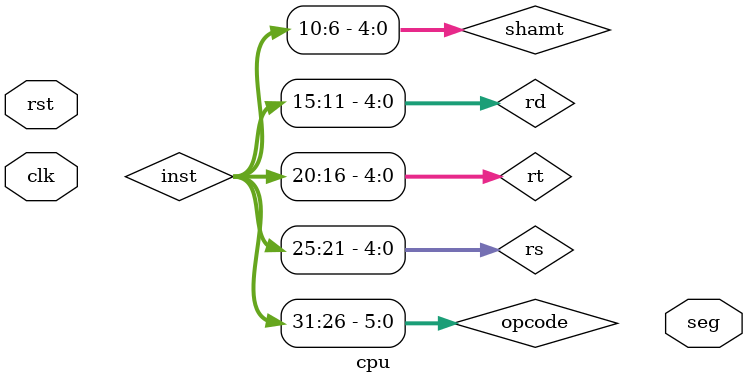
<source format=v>
module cpu (
    input rst, clk,
    output [6:0] seg
    );

    wire out_clk;
    // clock divider
    clk_dll ClockDivider(rst, clk, out_clk);
    // assign out_clk = clk

    wire [31:0] new_pc;
    wire [31:0] pc;
    pc PC(rst, out_clk, new_pc, pc);

    wire [31:0] pc4;
    assign pc4 = pc + 4;

    wire [31:0] inst;
    instruction_memory InstructionMemory(pc, inst);

    wire [31:0] jump_addr;
    assign jump_addr = (inst[25:0] << 2) + pc4[31:28];

    wire [5:0] opcode;
    wire [4:0] rs;
    wire [4:0] rt;
    wire [4:0] rd;
    wire [4:0] shamt;
    wire [5:0] funct;

    assign opcode = inst[31:26];
    assign rs = inst[25:21];
    assign rt = inst[20:16];
    assign rd = inst[15:11];
    assign shamt = inst[10:6];
    assign funct = inst[5:0];

    wire RegDst, Jump, Branch, MemRead, MemToReg, ALUOp, MemWrite, ALUSrc, RegWrite;
    control Control(opcode, RegDst, Jump, Branch, MemRead, MemToReg, ALUOp, MemWrite, ALUSrc, RegWrite);

    wire [4:0] write_reg;
    mux21 m1(rt, rd, RegDst, write_reg);

    wire [31:0] read1;
    wire [31:0] read2;
    wire [31:0] write_data;
    register r1(rst, out_clk, rs, rt, write_reg, write_data, RegWrite, read1, read2);

    wire [31:0] sign_extended;
    sign_ex se(inst[15:0], sign_extended);

    wire [31:0] ALUResult2;
    assign ALUResult2 = (sign_extended << 2) & pc4;

    wire [31:0] alu_source;
    mux21 m2(read2, sign_extended ,ALUSrc, alu_source);

    wire [2:0] alu_control;
    aludec ALUControl(funct, ALUOp, alu_control);

    wire zero;
    wire [31:0] ALUResult;
    alu_mips ALU(read1, alu_source, alu_control, ALUResult, zero);

    wire [31:0] new_pc_temp;
    mux21 m4(pc4, ALUResult2, zero & Branch, new_pc_temp);

    mux21 m5(new_pc_temp, jump_addr, Jump, new_pc);

    wire [31:0] read_data;
    memory mem(ALUResult, read2, MemWrite, MemRead, read_data);

    mux21 m3(ALUResult, read_data, MemToReg, write_data);
endmodule
</source>
